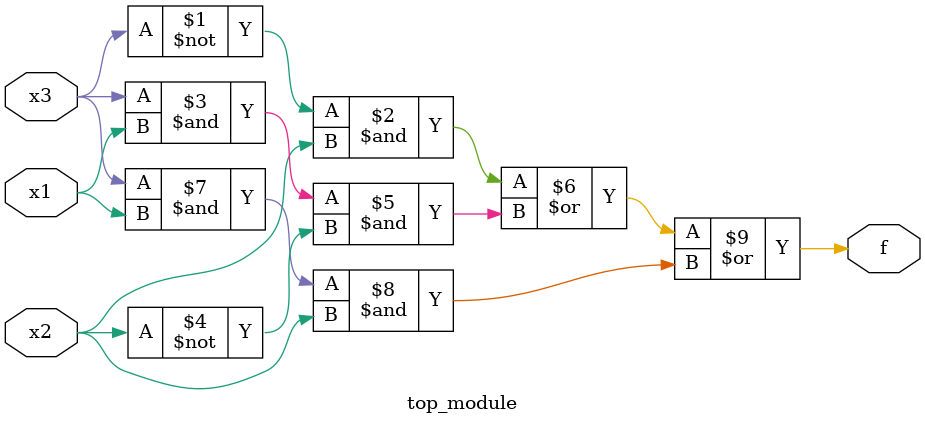
<source format=sv>
module top_module (
    input x3,
    input x2,
    input x1,
    output f
);

    assign f = (~x3 & x2) | (x3 & x1 & ~x2) | (x3 & x1 & x2);

endmodule

</source>
